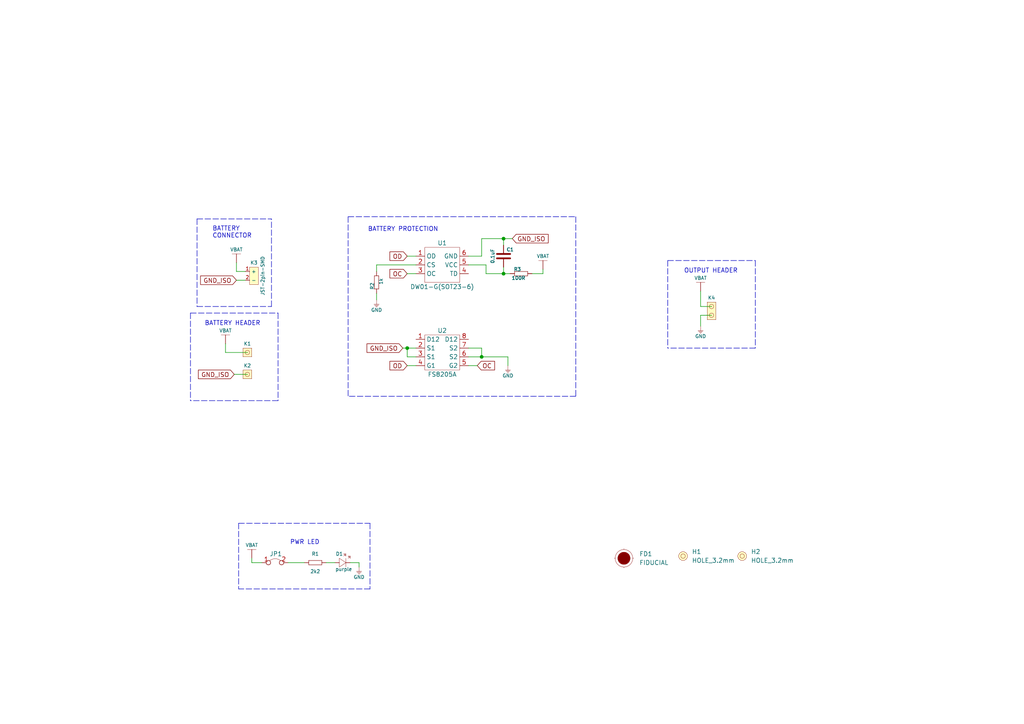
<source format=kicad_sch>
(kicad_sch (version 20210621) (generator eeschema)

  (uuid bf30e633-4510-47d8-b7fd-9a5b3b6dff2f)

  (paper "A4")

  (lib_symbols
    (symbol "e-radionica.com schematics:0402LED" (pin_numbers hide) (pin_names (offset 0.254) hide) (in_bom yes) (on_board yes)
      (property "Reference" "D" (id 0) (at -0.635 2.54 0)
        (effects (font (size 1 1)))
      )
      (property "Value" "0402LED" (id 1) (at 0 -2.54 0)
        (effects (font (size 1 1)))
      )
      (property "Footprint" "e-radionica.com footprinti:0402LED" (id 2) (at 0 5.08 0)
        (effects (font (size 1 1)) hide)
      )
      (property "Datasheet" "" (id 3) (at 0 0 0)
        (effects (font (size 1 1)) hide)
      )
      (symbol "0402LED_0_1"
        (polyline
          (pts
            (xy -0.635 1.27)
            (xy 1.27 0)
          )
          (stroke (width 0.0006)) (fill (type none))
        )
        (polyline
          (pts
            (xy 0.635 1.905)
            (xy 1.27 2.54)
          )
          (stroke (width 0.0006)) (fill (type none))
        )
        (polyline
          (pts
            (xy 1.27 1.27)
            (xy 1.27 -1.27)
          )
          (stroke (width 0.0006)) (fill (type none))
        )
        (polyline
          (pts
            (xy 1.905 1.27)
            (xy 2.54 1.905)
          )
          (stroke (width 0.0006)) (fill (type none))
        )
        (polyline
          (pts
            (xy -0.635 1.27)
            (xy -0.635 -1.27)
            (xy 1.27 0)
          )
          (stroke (width 0.0006)) (fill (type none))
        )
        (polyline
          (pts
            (xy 1.27 2.54)
            (xy 0.635 2.54)
            (xy 1.27 1.905)
            (xy 1.27 2.54)
          )
          (stroke (width 0.0006)) (fill (type none))
        )
        (polyline
          (pts
            (xy 2.54 1.905)
            (xy 1.905 1.905)
            (xy 2.54 1.27)
            (xy 2.54 1.905)
          )
          (stroke (width 0.0006)) (fill (type none))
        )
      )
      (symbol "0402LED_1_1"
        (pin passive line (at -1.905 0 0) (length 1.27)
          (name "A" (effects (font (size 1.27 1.27))))
          (number "1" (effects (font (size 1.27 1.27))))
        )
        (pin passive line (at 2.54 0 180) (length 1.27)
          (name "K" (effects (font (size 1.27 1.27))))
          (number "2" (effects (font (size 1.27 1.27))))
        )
      )
    )
    (symbol "e-radionica.com schematics:0402R" (pin_numbers hide) (pin_names (offset 0.254)) (in_bom yes) (on_board yes)
      (property "Reference" "R" (id 0) (at -1.905 1.27 0)
        (effects (font (size 1 1)))
      )
      (property "Value" "0402R" (id 1) (at 0 -1.27 0)
        (effects (font (size 1 1)))
      )
      (property "Footprint" "e-radionica.com footprinti:0402R" (id 2) (at -2.54 1.905 0)
        (effects (font (size 1 1)) hide)
      )
      (property "Datasheet" "" (id 3) (at -2.54 1.905 0)
        (effects (font (size 1 1)) hide)
      )
      (symbol "0402R_0_1"
        (rectangle (start -1.905 -0.635) (end 1.905 -0.6604)
          (stroke (width 0.1)) (fill (type none))
        )
        (rectangle (start -1.905 0.635) (end -1.8796 -0.635)
          (stroke (width 0.1)) (fill (type none))
        )
        (rectangle (start -1.905 0.635) (end 1.905 0.6096)
          (stroke (width 0.1)) (fill (type none))
        )
        (rectangle (start 1.905 0.635) (end 1.9304 -0.635)
          (stroke (width 0.1)) (fill (type none))
        )
      )
      (symbol "0402R_1_1"
        (pin passive line (at -3.175 0 0) (length 1.27)
          (name "~" (effects (font (size 1.27 1.27))))
          (number "1" (effects (font (size 1.27 1.27))))
        )
        (pin passive line (at 3.175 0 180) (length 1.27)
          (name "~" (effects (font (size 1.27 1.27))))
          (number "2" (effects (font (size 1.27 1.27))))
        )
      )
    )
    (symbol "e-radionica.com schematics:0603C" (pin_numbers hide) (pin_names (offset 0.002)) (in_bom yes) (on_board yes)
      (property "Reference" "C" (id 0) (at -0.635 3.175 0)
        (effects (font (size 1 1)))
      )
      (property "Value" "0603C" (id 1) (at 0 -3.175 0)
        (effects (font (size 1 1)))
      )
      (property "Footprint" "e-radionica.com footprinti:0603C" (id 2) (at 0 0 0)
        (effects (font (size 1 1)) hide)
      )
      (property "Datasheet" "" (id 3) (at 0 0 0)
        (effects (font (size 1 1)) hide)
      )
      (symbol "0603C_0_1"
        (polyline
          (pts
            (xy -0.635 1.905)
            (xy -0.635 -1.905)
          )
          (stroke (width 0.5)) (fill (type none))
        )
        (polyline
          (pts
            (xy 0.635 1.905)
            (xy 0.635 -1.905)
          )
          (stroke (width 0.5)) (fill (type none))
        )
      )
      (symbol "0603C_1_1"
        (pin passive line (at -3.175 0 0) (length 2.54)
          (name "~" (effects (font (size 1.27 1.27))))
          (number "1" (effects (font (size 1.27 1.27))))
        )
        (pin passive line (at 3.175 0 180) (length 2.54)
          (name "~" (effects (font (size 1.27 1.27))))
          (number "2" (effects (font (size 1.27 1.27))))
        )
      )
    )
    (symbol "e-radionica.com schematics:0603R" (pin_numbers hide) (pin_names (offset 0.254)) (in_bom yes) (on_board yes)
      (property "Reference" "R" (id 0) (at -1.905 1.905 0)
        (effects (font (size 1 1)))
      )
      (property "Value" "0603R" (id 1) (at 0 -1.905 0)
        (effects (font (size 1 1)))
      )
      (property "Footprint" "e-radionica.com footprinti:0603R" (id 2) (at -0.635 1.905 0)
        (effects (font (size 1 1)) hide)
      )
      (property "Datasheet" "" (id 3) (at -0.635 1.905 0)
        (effects (font (size 1 1)) hide)
      )
      (symbol "0603R_0_1"
        (rectangle (start -1.905 -0.635) (end 1.905 -0.6604)
          (stroke (width 0.1)) (fill (type none))
        )
        (rectangle (start -1.905 0.635) (end -1.8796 -0.635)
          (stroke (width 0.1)) (fill (type none))
        )
        (rectangle (start -1.905 0.635) (end 1.905 0.6096)
          (stroke (width 0.1)) (fill (type none))
        )
        (rectangle (start 1.905 0.635) (end 1.9304 -0.635)
          (stroke (width 0.1)) (fill (type none))
        )
      )
      (symbol "0603R_1_1"
        (pin passive line (at -3.175 0 0) (length 1.27)
          (name "~" (effects (font (size 1.27 1.27))))
          (number "1" (effects (font (size 1.27 1.27))))
        )
        (pin passive line (at 3.175 0 180) (length 1.27)
          (name "~" (effects (font (size 1.27 1.27))))
          (number "2" (effects (font (size 1.27 1.27))))
        )
      )
    )
    (symbol "e-radionica.com schematics:DW01-P(SOT23-6)" (in_bom yes) (on_board yes)
      (property "Reference" "U" (id 0) (at 0 8.89 0)
        (effects (font (size 1.27 1.27)))
      )
      (property "Value" "DW01-P(SOT23-6)" (id 1) (at 0 -7.62 0)
        (effects (font (size 1.27 1.27)))
      )
      (property "Footprint" "e-radionica.com footprinti:Sot23-6" (id 2) (at -1.27 12.7 0)
        (effects (font (size 1.27 1.27)) hide)
      )
      (property "Datasheet" "" (id 3) (at -8.89 0 0)
        (effects (font (size 1.27 1.27)) hide)
      )
      (symbol "DW01-P(SOT23-6)_0_1"
        (rectangle (start -5.08 5.08) (end 5.08 -5.08)
          (stroke (width 0.0006)) (fill (type none))
        )
      )
      (symbol "DW01-P(SOT23-6)_1_1"
        (pin passive line (at -7.62 2.54 0) (length 2.54)
          (name "OD" (effects (font (size 1.27 1.27))))
          (number "1" (effects (font (size 1.27 1.27))))
        )
        (pin passive line (at -7.62 0 0) (length 2.54)
          (name "CS" (effects (font (size 1.27 1.27))))
          (number "2" (effects (font (size 1.27 1.27))))
        )
        (pin passive line (at -7.62 -2.54 0) (length 2.54)
          (name "OC" (effects (font (size 1.27 1.27))))
          (number "3" (effects (font (size 1.27 1.27))))
        )
        (pin passive line (at 7.62 -2.54 180) (length 2.54)
          (name "TD" (effects (font (size 1.27 1.27))))
          (number "4" (effects (font (size 1.27 1.27))))
        )
        (pin passive line (at 7.62 0 180) (length 2.54)
          (name "VCC" (effects (font (size 1.27 1.27))))
          (number "5" (effects (font (size 1.27 1.27))))
        )
        (pin passive line (at 7.62 2.54 180) (length 2.54)
          (name "GND" (effects (font (size 1.27 1.27))))
          (number "6" (effects (font (size 1.27 1.27))))
        )
      )
    )
    (symbol "e-radionica.com schematics:FIDUCIAL" (in_bom no) (on_board yes)
      (property "Reference" "FD" (id 0) (at 0 3.81 0)
        (effects (font (size 1.27 1.27)))
      )
      (property "Value" "FIDUCIAL" (id 1) (at 0 -3.81 0)
        (effects (font (size 1.27 1.27)))
      )
      (property "Footprint" "e-radionica.com footprinti:FIDUCIAL_23" (id 2) (at 0.254 -5.334 0)
        (effects (font (size 1.27 1.27)) hide)
      )
      (property "Datasheet" "" (id 3) (at 0 0 0)
        (effects (font (size 1.27 1.27)) hide)
      )
      (symbol "FIDUCIAL_0_1"
        (circle (center 0 0) (radius 2.54) (stroke (width 0.0006)) (fill (type none)))
        (circle (center 0 0) (radius 1.7961) (stroke (width 0.001)) (fill (type outline)))
        (polyline
          (pts
            (xy -2.54 0)
            (xy -2.794 0)
          )
          (stroke (width 0.0006)) (fill (type none))
        )
        (polyline
          (pts
            (xy 0 -2.54)
            (xy 0 -2.794)
          )
          (stroke (width 0.0006)) (fill (type none))
        )
        (polyline
          (pts
            (xy 0 2.54)
            (xy 0 2.794)
          )
          (stroke (width 0.0006)) (fill (type none))
        )
        (polyline
          (pts
            (xy 2.54 0)
            (xy 2.794 0)
          )
          (stroke (width 0.0006)) (fill (type none))
        )
      )
    )
    (symbol "e-radionica.com schematics:FS8205A" (in_bom yes) (on_board yes)
      (property "Reference" "U" (id 0) (at 0 7.62 0)
        (effects (font (size 1.27 1.27)))
      )
      (property "Value" "FS8205A" (id 1) (at 0 -6.35 0)
        (effects (font (size 1.27 1.27)))
      )
      (property "Footprint" "e-radionica.com footprinti:TSSOP8" (id 2) (at -5.08 0 0)
        (effects (font (size 1.27 1.27)) hide)
      )
      (property "Datasheet" "" (id 3) (at -5.08 0 0)
        (effects (font (size 1.27 1.27)) hide)
      )
      (symbol "FS8205A_0_1"
        (rectangle (start -5.08 5.08) (end 5.08 -5.08)
          (stroke (width 0.0006)) (fill (type none))
        )
      )
      (symbol "FS8205A_1_1"
        (pin passive line (at -7.62 3.81 0) (length 2.54)
          (name "D12" (effects (font (size 1.27 1.27))))
          (number "1" (effects (font (size 1.27 1.27))))
        )
        (pin passive line (at -7.62 1.27 0) (length 2.54)
          (name "S1" (effects (font (size 1.27 1.27))))
          (number "2" (effects (font (size 1.27 1.27))))
        )
        (pin passive line (at -7.62 -1.27 0) (length 2.54)
          (name "S1" (effects (font (size 1.27 1.27))))
          (number "3" (effects (font (size 1.27 1.27))))
        )
        (pin passive line (at -7.62 -3.81 0) (length 2.54)
          (name "G1" (effects (font (size 1.27 1.27))))
          (number "4" (effects (font (size 1.27 1.27))))
        )
        (pin passive line (at 7.62 -3.81 180) (length 2.54)
          (name "G2" (effects (font (size 1.27 1.27))))
          (number "5" (effects (font (size 1.27 1.27))))
        )
        (pin passive line (at 7.62 -1.27 180) (length 2.54)
          (name "S2" (effects (font (size 1.27 1.27))))
          (number "6" (effects (font (size 1.27 1.27))))
        )
        (pin passive line (at 7.62 1.27 180) (length 2.54)
          (name "S2" (effects (font (size 1.27 1.27))))
          (number "7" (effects (font (size 1.27 1.27))))
        )
        (pin passive line (at 7.62 3.81 180) (length 2.54)
          (name "D12" (effects (font (size 1.27 1.27))))
          (number "8" (effects (font (size 1.27 1.27))))
        )
      )
    )
    (symbol "e-radionica.com schematics:GND_1" (power) (pin_names (offset 0)) (in_bom yes) (on_board yes)
      (property "Reference" "#PWR" (id 0) (at 4.445 0 0)
        (effects (font (size 1 1)) hide)
      )
      (property "Value" "GND" (id 1) (at 0 -2.921 0)
        (effects (font (size 1 1)))
      )
      (property "Footprint" "" (id 2) (at 4.445 3.81 0)
        (effects (font (size 1 1)) hide)
      )
      (property "Datasheet" "" (id 3) (at 4.445 3.81 0)
        (effects (font (size 1 1)) hide)
      )
      (property "ki_keywords" "power-flag" (id 4) (at 0 0 0)
        (effects (font (size 1.27 1.27)) hide)
      )
      (property "ki_description" "Power symbol creates a global label with name \"+3V3\"" (id 5) (at 0 0 0)
        (effects (font (size 1.27 1.27)) hide)
      )
      (symbol "GND_1_0_1"
        (polyline
          (pts
            (xy -0.762 -1.27)
            (xy 0.762 -1.27)
          )
          (stroke (width 0.0006)) (fill (type none))
        )
        (polyline
          (pts
            (xy -0.635 -1.524)
            (xy 0.635 -1.524)
          )
          (stroke (width 0.0006)) (fill (type none))
        )
        (polyline
          (pts
            (xy -0.381 -1.778)
            (xy 0.381 -1.778)
          )
          (stroke (width 0.0006)) (fill (type none))
        )
        (polyline
          (pts
            (xy -0.127 -2.032)
            (xy 0.127 -2.032)
          )
          (stroke (width 0.0006)) (fill (type none))
        )
        (polyline
          (pts
            (xy 0 0)
            (xy 0 -1.27)
          )
          (stroke (width 0.0006)) (fill (type none))
        )
      )
      (symbol "GND_1_1_1"
        (pin power_in line (at 0 0 270) (length 0) hide
          (name "GND" (effects (font (size 1.27 1.27))))
          (number "1" (effects (font (size 1.27 1.27))))
        )
      )
    )
    (symbol "e-radionica.com schematics:GND_3" (power) (pin_names (offset 0)) (in_bom yes) (on_board yes)
      (property "Reference" "#PWR" (id 0) (at 4.445 0 0)
        (effects (font (size 1 1)) hide)
      )
      (property "Value" "GND" (id 1) (at 0 -2.921 0)
        (effects (font (size 1 1)))
      )
      (property "Footprint" "" (id 2) (at 4.445 3.81 0)
        (effects (font (size 1 1)) hide)
      )
      (property "Datasheet" "" (id 3) (at 4.445 3.81 0)
        (effects (font (size 1 1)) hide)
      )
      (property "ki_keywords" "power-flag" (id 4) (at 0 0 0)
        (effects (font (size 1.27 1.27)) hide)
      )
      (property "ki_description" "Power symbol creates a global label with name \"+3V3\"" (id 5) (at 0 0 0)
        (effects (font (size 1.27 1.27)) hide)
      )
      (symbol "GND_3_0_1"
        (polyline
          (pts
            (xy -0.762 -1.27)
            (xy 0.762 -1.27)
          )
          (stroke (width 0.0006)) (fill (type none))
        )
        (polyline
          (pts
            (xy -0.635 -1.524)
            (xy 0.635 -1.524)
          )
          (stroke (width 0.0006)) (fill (type none))
        )
        (polyline
          (pts
            (xy -0.381 -1.778)
            (xy 0.381 -1.778)
          )
          (stroke (width 0.0006)) (fill (type none))
        )
        (polyline
          (pts
            (xy -0.127 -2.032)
            (xy 0.127 -2.032)
          )
          (stroke (width 0.0006)) (fill (type none))
        )
        (polyline
          (pts
            (xy 0 0)
            (xy 0 -1.27)
          )
          (stroke (width 0.0006)) (fill (type none))
        )
      )
      (symbol "GND_3_1_1"
        (pin power_in line (at 0 0 270) (length 0) hide
          (name "GND" (effects (font (size 1.27 1.27))))
          (number "1" (effects (font (size 1.27 1.27))))
        )
      )
    )
    (symbol "e-radionica.com schematics:GND_8" (power) (pin_names (offset 0)) (in_bom yes) (on_board yes)
      (property "Reference" "#PWR" (id 0) (at 4.445 0 0)
        (effects (font (size 1 1)) hide)
      )
      (property "Value" "GND" (id 1) (at 0 -2.921 0)
        (effects (font (size 1 1)))
      )
      (property "Footprint" "" (id 2) (at 4.445 3.81 0)
        (effects (font (size 1 1)) hide)
      )
      (property "Datasheet" "" (id 3) (at 4.445 3.81 0)
        (effects (font (size 1 1)) hide)
      )
      (property "ki_keywords" "power-flag" (id 4) (at 0 0 0)
        (effects (font (size 1.27 1.27)) hide)
      )
      (property "ki_description" "Power symbol creates a global label with name \"+3V3\"" (id 5) (at 0 0 0)
        (effects (font (size 1.27 1.27)) hide)
      )
      (symbol "GND_8_0_1"
        (polyline
          (pts
            (xy -0.762 -1.27)
            (xy 0.762 -1.27)
          )
          (stroke (width 0.0006)) (fill (type none))
        )
        (polyline
          (pts
            (xy -0.635 -1.524)
            (xy 0.635 -1.524)
          )
          (stroke (width 0.0006)) (fill (type none))
        )
        (polyline
          (pts
            (xy -0.381 -1.778)
            (xy 0.381 -1.778)
          )
          (stroke (width 0.0006)) (fill (type none))
        )
        (polyline
          (pts
            (xy -0.127 -2.032)
            (xy 0.127 -2.032)
          )
          (stroke (width 0.0006)) (fill (type none))
        )
        (polyline
          (pts
            (xy 0 0)
            (xy 0 -1.27)
          )
          (stroke (width 0.0006)) (fill (type none))
        )
      )
      (symbol "GND_8_1_1"
        (pin power_in line (at 0 0 270) (length 0) hide
          (name "GND" (effects (font (size 1.27 1.27))))
          (number "1" (effects (font (size 1.27 1.27))))
        )
      )
    )
    (symbol "e-radionica.com schematics:HEADER_MALE_1X1" (pin_numbers hide) (pin_names hide) (in_bom yes) (on_board yes)
      (property "Reference" "K" (id 0) (at -0.635 2.54 0)
        (effects (font (size 1 1)))
      )
      (property "Value" "HEADER_MALE_1X1" (id 1) (at 0 -2.54 0)
        (effects (font (size 1 1)))
      )
      (property "Footprint" "e-radionica.com footprinti:HEADER_MALE_1X1" (id 2) (at 0 0 0)
        (effects (font (size 1 1)) hide)
      )
      (property "Datasheet" "" (id 3) (at 0 0 0)
        (effects (font (size 1 1)) hide)
      )
      (symbol "HEADER_MALE_1X1_0_1"
        (circle (center 0 0) (radius 0.635) (stroke (width 0.0006)) (fill (type none)))
        (rectangle (start -1.27 1.27) (end 1.27 -1.27)
          (stroke (width 0.001)) (fill (type background))
        )
      )
      (symbol "HEADER_MALE_1X1_1_1"
        (pin passive line (at 0 0 180) (length 0)
          (name "~" (effects (font (size 1 1))))
          (number "1" (effects (font (size 1 1))))
        )
      )
    )
    (symbol "e-radionica.com schematics:HEADER_MALE_2X1" (pin_numbers hide) (pin_names hide) (in_bom yes) (on_board yes)
      (property "Reference" "K" (id 0) (at -1.27 5.08 0)
        (effects (font (size 1 1)))
      )
      (property "Value" "HEADER_MALE_2X1" (id 1) (at 0 -2.54 0)
        (effects (font (size 1 1)))
      )
      (property "Footprint" "e-radionica.com footprinti:HEADER_MALE_2X1" (id 2) (at 0 0 0)
        (effects (font (size 1 1)) hide)
      )
      (property "Datasheet" "" (id 3) (at 0 0 0)
        (effects (font (size 1 1)) hide)
      )
      (symbol "HEADER_MALE_2X1_0_1"
        (circle (center 0 0) (radius 0.635) (stroke (width 0.0006)) (fill (type none)))
        (circle (center 0 2.54) (radius 0.635) (stroke (width 0.0006)) (fill (type none)))
        (rectangle (start 1.27 -1.27) (end -1.27 3.81)
          (stroke (width 0.001)) (fill (type background))
        )
      )
      (symbol "HEADER_MALE_2X1_1_1"
        (pin passive line (at 0 0 180) (length 0)
          (name "~" (effects (font (size 1 1))))
          (number "1" (effects (font (size 1 1))))
        )
        (pin passive line (at 0 2.54 180) (length 0)
          (name "~" (effects (font (size 1 1))))
          (number "2" (effects (font (size 1 1))))
        )
      )
    )
    (symbol "e-radionica.com schematics:HOLE_3.2mm" (pin_numbers hide) (pin_names hide) (in_bom yes) (on_board yes)
      (property "Reference" "H" (id 0) (at 0 2.54 0)
        (effects (font (size 1.27 1.27)))
      )
      (property "Value" "HOLE_3.2mm" (id 1) (at 0 -2.54 0)
        (effects (font (size 1.27 1.27)))
      )
      (property "Footprint" "e-radionica.com footprinti:HOLE_3.2mm" (id 2) (at 0 0 0)
        (effects (font (size 1.27 1.27)) hide)
      )
      (property "Datasheet" "" (id 3) (at 0 0 0)
        (effects (font (size 1.27 1.27)) hide)
      )
      (symbol "HOLE_3.2mm_0_1"
        (circle (center 0 0) (radius 0.635) (stroke (width 0.0006)) (fill (type none)))
        (circle (center 0 0) (radius 1.27) (stroke (width 0.001)) (fill (type background)))
      )
    )
    (symbol "e-radionica.com schematics:JST-2pin-SMD" (in_bom yes) (on_board yes)
      (property "Reference" "K" (id 0) (at -1.27 5.08 0)
        (effects (font (size 1 1)))
      )
      (property "Value" "JST-2pin-SMD" (id 1) (at 0 -2.54 0)
        (effects (font (size 1 1)))
      )
      (property "Footprint" "e-radionica.com footprinti:JST-2pin-SMD" (id 2) (at 0 0 0)
        (effects (font (size 1 1)) hide)
      )
      (property "Datasheet" "" (id 3) (at 0 0 0)
        (effects (font (size 1 1)) hide)
      )
      (symbol "JST-2pin-SMD_0_1"
        (rectangle (start -2.54 3.81) (end 0 -1.27)
          (stroke (width 0.001)) (fill (type background))
        )
      )
      (symbol "JST-2pin-SMD_1_1"
        (pin passive line (at 1.27 0 180) (length 1.27)
          (name "+" (effects (font (size 1 1))))
          (number "1" (effects (font (size 1 1))))
        )
        (pin passive line (at 1.27 2.54 180) (length 1.27)
          (name "-" (effects (font (size 1 1))))
          (number "2" (effects (font (size 1 1))))
        )
      )
    )
    (symbol "e-radionica.com schematics:SMD-JUMPER-CONNECTED_TRACE_SLODERMASK" (in_bom yes) (on_board yes)
      (property "Reference" "JP" (id 0) (at 0 3.556 0)
        (effects (font (size 1.27 1.27)))
      )
      (property "Value" "SMD-JUMPER-CONNECTED_TRACE_SLODERMASK" (id 1) (at 0 -2.54 0)
        (effects (font (size 1.27 1.27)))
      )
      (property "Footprint" "e-radionica.com footprinti:SMD-JUMPER-CONNECTED_TRACE_SLODERMASK" (id 2) (at 0 -5.715 0)
        (effects (font (size 1.27 1.27)) hide)
      )
      (property "Datasheet" "" (id 3) (at 0 0 0)
        (effects (font (size 1.27 1.27)) hide)
      )
      (symbol "SMD-JUMPER-CONNECTED_TRACE_SLODERMASK_0_1"
        (arc (start -1.8034 0.5588) (end 1.397 0.5842) (radius (at -0.1875 -1.4124) (length 2.5489) (angles 129.3 51.6))
          (stroke (width 0.0006)) (fill (type none))
        )
      )
      (symbol "SMD-JUMPER-CONNECTED_TRACE_SLODERMASK_1_1"
        (pin passive inverted (at -4.064 0 0) (length 2.54)
          (name "" (effects (font (size 1.27 1.27))))
          (number "1" (effects (font (size 1.27 1.27))))
        )
        (pin passive inverted (at 3.556 0 180) (length 2.54)
          (name "" (effects (font (size 1.27 1.27))))
          (number "2" (effects (font (size 1.27 1.27))))
        )
      )
    )
    (symbol "e-radionica.com schematics:VBAT" (power) (pin_names (offset 0)) (in_bom yes) (on_board yes)
      (property "Reference" "#PWR" (id 0) (at 4.445 0 0)
        (effects (font (size 1 1)) hide)
      )
      (property "Value" "VBAT" (id 1) (at 0 3.556 0)
        (effects (font (size 1 1)))
      )
      (property "Footprint" "" (id 2) (at 4.445 3.81 0)
        (effects (font (size 1 1)) hide)
      )
      (property "Datasheet" "" (id 3) (at 4.445 3.81 0)
        (effects (font (size 1 1)) hide)
      )
      (property "ki_keywords" "power-flag" (id 4) (at 0 0 0)
        (effects (font (size 1.27 1.27)) hide)
      )
      (property "ki_description" "Power symbol creates a global label with name \"+3V3\"" (id 5) (at 0 0 0)
        (effects (font (size 1.27 1.27)) hide)
      )
      (symbol "VBAT_0_1"
        (polyline
          (pts
            (xy -1.27 2.54)
            (xy 1.27 2.54)
          )
          (stroke (width 0.0006)) (fill (type none))
        )
        (polyline
          (pts
            (xy 0 0)
            (xy 0 2.54)
          )
          (stroke (width 0)) (fill (type none))
        )
      )
      (symbol "VBAT_1_1"
        (pin power_in line (at 0 0 90) (length 0) hide
          (name "VBAT" (effects (font (size 1.27 1.27))))
          (number "1" (effects (font (size 1.27 1.27))))
        )
      )
    )
  )

  (junction (at 118.11 100.965) (diameter 0.9144) (color 0 0 0 0))
  (junction (at 139.7 103.505) (diameter 0.9144) (color 0 0 0 0))
  (junction (at 146.05 69.215) (diameter 0.9144) (color 0 0 0 0))
  (junction (at 146.05 79.375) (diameter 0.9144) (color 0 0 0 0))

  (wire (pts (xy 65.405 102.235) (xy 65.405 99.695))
    (stroke (width 0) (type solid) (color 0 0 0 0))
    (uuid 7267156e-fa95-4af0-97ae-981a37ae77be)
  )
  (wire (pts (xy 67.945 108.585) (xy 71.755 108.585))
    (stroke (width 0) (type solid) (color 0 0 0 0))
    (uuid b8bc0b64-50ed-49fa-8e42-c8a040c74a94)
  )
  (wire (pts (xy 68.58 78.74) (xy 68.58 76.2))
    (stroke (width 0) (type solid) (color 0 0 0 0))
    (uuid 3a9d385f-51a4-4ecc-bafe-6de6a62c123e)
  )
  (wire (pts (xy 68.58 81.28) (xy 71.12 81.28))
    (stroke (width 0) (type solid) (color 0 0 0 0))
    (uuid fe15b2e5-c4a1-40f3-870e-8cb4ba393721)
  )
  (wire (pts (xy 71.12 78.74) (xy 68.58 78.74))
    (stroke (width 0) (type solid) (color 0 0 0 0))
    (uuid 6043001a-6b06-4037-9910-d3e6ad4df099)
  )
  (wire (pts (xy 71.755 102.235) (xy 65.405 102.235))
    (stroke (width 0) (type solid) (color 0 0 0 0))
    (uuid 2415a787-a932-4bfe-85c0-be0c438e6103)
  )
  (wire (pts (xy 73.025 163.195) (xy 73.025 161.925))
    (stroke (width 0) (type solid) (color 0 0 0 0))
    (uuid 6acdba68-9b26-4493-8fcc-a24cc1ffe003)
  )
  (wire (pts (xy 73.025 163.195) (xy 75.946 163.195))
    (stroke (width 0) (type solid) (color 0 0 0 0))
    (uuid 7887e6ca-d1a2-4fbe-8dc0-3d4bc0d54fe3)
  )
  (wire (pts (xy 83.566 163.195) (xy 88.265 163.195))
    (stroke (width 0) (type solid) (color 0 0 0 0))
    (uuid 9ce7f709-3b98-4ea9-8355-8bb235959e45)
  )
  (wire (pts (xy 94.615 163.195) (xy 97.155 163.195))
    (stroke (width 0) (type solid) (color 0 0 0 0))
    (uuid 8c5c4d6c-7c49-4291-96d8-19dc60ee64bf)
  )
  (wire (pts (xy 104.14 163.195) (xy 101.6 163.195))
    (stroke (width 0) (type solid) (color 0 0 0 0))
    (uuid 4d1dc8db-6156-400a-a1e0-9defaf76fb3e)
  )
  (wire (pts (xy 104.14 163.195) (xy 104.14 164.465))
    (stroke (width 0) (type solid) (color 0 0 0 0))
    (uuid 4c23db63-c4cb-4587-9a17-46b7a0e7c3e2)
  )
  (wire (pts (xy 109.22 76.835) (xy 109.22 78.74))
    (stroke (width 0) (type solid) (color 0 0 0 0))
    (uuid 057b59d6-27f4-49c6-a0a3-acca6961f260)
  )
  (wire (pts (xy 109.22 85.09) (xy 109.22 86.995))
    (stroke (width 0) (type solid) (color 0 0 0 0))
    (uuid afe73301-5d26-45d9-a28e-43ec20ec9755)
  )
  (wire (pts (xy 118.11 74.295) (xy 120.65 74.295))
    (stroke (width 0) (type solid) (color 0 0 0 0))
    (uuid 58ae0d9d-7de7-4bf5-9c22-83675440e65d)
  )
  (wire (pts (xy 118.11 79.375) (xy 120.65 79.375))
    (stroke (width 0) (type solid) (color 0 0 0 0))
    (uuid 35bc5539-0197-4eee-8464-d9e1359ccccb)
  )
  (wire (pts (xy 118.11 100.965) (xy 116.84 100.965))
    (stroke (width 0) (type solid) (color 0 0 0 0))
    (uuid cf63fccd-1061-4dad-983e-55c147c37af2)
  )
  (wire (pts (xy 118.11 100.965) (xy 120.65 100.965))
    (stroke (width 0) (type solid) (color 0 0 0 0))
    (uuid cc71374e-2638-4f1d-a998-45d17dfc41a6)
  )
  (wire (pts (xy 118.11 103.505) (xy 118.11 100.965))
    (stroke (width 0) (type solid) (color 0 0 0 0))
    (uuid 3a605cab-c9e3-48ba-94f1-f819a6f6e24a)
  )
  (wire (pts (xy 118.11 106.045) (xy 120.65 106.045))
    (stroke (width 0) (type solid) (color 0 0 0 0))
    (uuid f60733e6-0e93-4894-b5a9-59eadd238707)
  )
  (wire (pts (xy 120.65 76.835) (xy 109.22 76.835))
    (stroke (width 0) (type solid) (color 0 0 0 0))
    (uuid c38630b9-111f-4cfb-991d-4175c3efddc9)
  )
  (wire (pts (xy 120.65 103.505) (xy 118.11 103.505))
    (stroke (width 0) (type solid) (color 0 0 0 0))
    (uuid 52052ed7-084c-40f4-8ac3-22cc207ce4ca)
  )
  (wire (pts (xy 135.89 74.295) (xy 139.7 74.295))
    (stroke (width 0) (type solid) (color 0 0 0 0))
    (uuid 86c8dc20-2690-4814-a2fb-96a8282cf35f)
  )
  (wire (pts (xy 135.89 76.835) (xy 140.97 76.835))
    (stroke (width 0) (type solid) (color 0 0 0 0))
    (uuid cfc6c2f0-fb06-4df7-ab6a-e5f922fba9a2)
  )
  (wire (pts (xy 135.89 100.965) (xy 139.7 100.965))
    (stroke (width 0) (type solid) (color 0 0 0 0))
    (uuid f431aff7-f300-4ab2-ae44-4f9f84823777)
  )
  (wire (pts (xy 135.89 103.505) (xy 139.7 103.505))
    (stroke (width 0) (type solid) (color 0 0 0 0))
    (uuid ed12d522-c3a6-4054-a8e2-654d49f444bf)
  )
  (wire (pts (xy 135.89 106.045) (xy 138.43 106.045))
    (stroke (width 0) (type solid) (color 0 0 0 0))
    (uuid 37a55359-086f-427a-95de-f86660d6f150)
  )
  (wire (pts (xy 139.7 69.215) (xy 146.05 69.215))
    (stroke (width 0) (type solid) (color 0 0 0 0))
    (uuid dd9c1cd9-8ac6-4620-9d8f-b3f8f046e406)
  )
  (wire (pts (xy 139.7 74.295) (xy 139.7 69.215))
    (stroke (width 0) (type solid) (color 0 0 0 0))
    (uuid cb27c95a-7b79-40fc-ad6e-c09079d48a80)
  )
  (wire (pts (xy 139.7 100.965) (xy 139.7 103.505))
    (stroke (width 0) (type solid) (color 0 0 0 0))
    (uuid 7c6503ed-7832-4e49-a6dc-68024aab3c3d)
  )
  (wire (pts (xy 139.7 103.505) (xy 147.32 103.505))
    (stroke (width 0) (type solid) (color 0 0 0 0))
    (uuid c5c25f73-5d12-4aec-b402-6fadda5b1bdb)
  )
  (wire (pts (xy 140.97 76.835) (xy 140.97 79.375))
    (stroke (width 0) (type solid) (color 0 0 0 0))
    (uuid d9028173-0773-4478-bf6b-376167eaa5d1)
  )
  (wire (pts (xy 140.97 79.375) (xy 146.05 79.375))
    (stroke (width 0) (type solid) (color 0 0 0 0))
    (uuid b086b109-d34d-44b6-b1af-42fa188ef9d5)
  )
  (wire (pts (xy 146.05 69.215) (xy 146.05 71.12))
    (stroke (width 0) (type solid) (color 0 0 0 0))
    (uuid 9cb5e8e1-d5a7-4370-97bf-216cb622ff5b)
  )
  (wire (pts (xy 146.05 69.215) (xy 148.59 69.215))
    (stroke (width 0) (type solid) (color 0 0 0 0))
    (uuid a0b3d170-0e04-424b-b763-20abb40c61e2)
  )
  (wire (pts (xy 146.05 77.47) (xy 146.05 79.375))
    (stroke (width 0) (type solid) (color 0 0 0 0))
    (uuid fa607f71-f081-4714-971b-4150709f91cd)
  )
  (wire (pts (xy 146.05 79.375) (xy 147.955 79.375))
    (stroke (width 0) (type solid) (color 0 0 0 0))
    (uuid 0f7909d7-3aec-4c59-b5f6-c914d032531e)
  )
  (wire (pts (xy 147.32 103.505) (xy 147.32 106.045))
    (stroke (width 0) (type solid) (color 0 0 0 0))
    (uuid 0bfbd656-822b-405f-a9c1-30a1130e1757)
  )
  (wire (pts (xy 154.305 79.375) (xy 157.48 79.375))
    (stroke (width 0) (type solid) (color 0 0 0 0))
    (uuid 654ea0e6-ab3f-4aad-8b32-b81f89314be4)
  )
  (wire (pts (xy 157.48 79.375) (xy 157.48 78.105))
    (stroke (width 0) (type solid) (color 0 0 0 0))
    (uuid 862ddc86-2917-42a1-9364-a970da270486)
  )
  (wire (pts (xy 203.2 84.455) (xy 203.2 88.9))
    (stroke (width 0) (type solid) (color 0 0 0 0))
    (uuid 348311c2-9828-4605-b287-57866b81f307)
  )
  (wire (pts (xy 203.2 91.44) (xy 203.2 94.615))
    (stroke (width 0) (type solid) (color 0 0 0 0))
    (uuid 30264219-b2f3-4101-a8c9-52bcddc65508)
  )
  (wire (pts (xy 206.375 88.9) (xy 203.2 88.9))
    (stroke (width 0) (type solid) (color 0 0 0 0))
    (uuid 7d2f4220-ca71-4190-8ec5-5b568543bdf2)
  )
  (wire (pts (xy 206.375 91.44) (xy 203.2 91.44))
    (stroke (width 0) (type solid) (color 0 0 0 0))
    (uuid 32828545-333a-483b-8e7a-93810bfad085)
  )
  (polyline (pts (xy 55.245 90.805) (xy 55.245 116.205))
    (stroke (width 0) (type dash) (color 0 0 0 0))
    (uuid 8c759b51-e2f7-4eb8-a9da-fa1ffafe9e4c)
  )
  (polyline (pts (xy 55.245 90.805) (xy 80.645 90.805))
    (stroke (width 0) (type dash) (color 0 0 0 0))
    (uuid 3b6fe5e7-2dc0-42bf-8f7b-17b79e7fff47)
  )
  (polyline (pts (xy 57.15 63.5) (xy 57.15 88.9))
    (stroke (width 0) (type dash) (color 0 0 0 0))
    (uuid 23c995de-bab5-409d-b9ce-b190d637b03d)
  )
  (polyline (pts (xy 57.15 63.5) (xy 78.74 63.5))
    (stroke (width 0) (type dash) (color 0 0 0 0))
    (uuid 10f78b1e-44c7-4965-9dc4-a4b973400d5e)
  )
  (polyline (pts (xy 57.15 88.9) (xy 78.74 88.9))
    (stroke (width 0) (type dash) (color 0 0 0 0))
    (uuid b675c978-970f-4f10-aad3-553054be6bab)
  )
  (polyline (pts (xy 69.215 151.765) (xy 69.215 170.815))
    (stroke (width 0) (type dash) (color 0 0 0 0))
    (uuid d04eed91-aa92-4760-a2db-2d749fd0e6a3)
  )
  (polyline (pts (xy 69.215 151.765) (xy 107.315 151.765))
    (stroke (width 0) (type dash) (color 0 0 0 0))
    (uuid c15fb5f5-25f7-4097-aaca-945e4c14b91e)
  )
  (polyline (pts (xy 78.74 88.9) (xy 78.74 63.5))
    (stroke (width 0) (type dash) (color 0 0 0 0))
    (uuid 715c9510-1ab1-4858-84ac-26c4ef11880c)
  )
  (polyline (pts (xy 80.645 90.805) (xy 80.645 116.205))
    (stroke (width 0) (type dash) (color 0 0 0 0))
    (uuid a64fda93-45c4-4256-9ea4-2abdb7c4a78c)
  )
  (polyline (pts (xy 80.645 116.205) (xy 55.245 116.205))
    (stroke (width 0) (type dash) (color 0 0 0 0))
    (uuid 11ad0e17-652d-4f09-8162-a2e9063add17)
  )
  (polyline (pts (xy 100.965 62.865) (xy 100.965 114.935))
    (stroke (width 0) (type dash) (color 0 0 0 0))
    (uuid f02317b1-5e82-4617-b785-c9fb359a45a2)
  )
  (polyline (pts (xy 100.965 62.865) (xy 167.005 62.865))
    (stroke (width 0) (type dash) (color 0 0 0 0))
    (uuid f02317b1-5e82-4617-b785-c9fb359a45a2)
  )
  (polyline (pts (xy 107.315 151.765) (xy 107.315 170.815))
    (stroke (width 0) (type dash) (color 0 0 0 0))
    (uuid c647744c-00b8-4179-9009-76519e5152f0)
  )
  (polyline (pts (xy 107.315 170.815) (xy 69.215 170.815))
    (stroke (width 0) (type dash) (color 0 0 0 0))
    (uuid c8c03d59-6416-48c7-9db7-bbca9b56d959)
  )
  (polyline (pts (xy 167.005 62.865) (xy 167.005 114.935))
    (stroke (width 0) (type dash) (color 0 0 0 0))
    (uuid f02317b1-5e82-4617-b785-c9fb359a45a2)
  )
  (polyline (pts (xy 167.005 114.935) (xy 100.965 114.935))
    (stroke (width 0) (type dash) (color 0 0 0 0))
    (uuid f02317b1-5e82-4617-b785-c9fb359a45a2)
  )
  (polyline (pts (xy 193.675 75.565) (xy 193.675 100.965))
    (stroke (width 0) (type dash) (color 0 0 0 0))
    (uuid 485b59a5-9adb-46db-b60f-2a4bfe99940e)
  )
  (polyline (pts (xy 193.675 75.565) (xy 219.075 75.565))
    (stroke (width 0) (type dash) (color 0 0 0 0))
    (uuid adad8d24-92bb-485e-84cd-d7691403a42b)
  )
  (polyline (pts (xy 219.075 75.565) (xy 219.075 100.965))
    (stroke (width 0) (type dash) (color 0 0 0 0))
    (uuid eed71024-ea7e-4e96-a7a3-36e15845d44e)
  )
  (polyline (pts (xy 219.075 100.965) (xy 193.675 100.965))
    (stroke (width 0) (type dash) (color 0 0 0 0))
    (uuid 253ca3a7-f388-4d6e-acc8-4ef72dc395f8)
  )

  (text "BATTERY\nCONNECTOR" (at 61.595 69.215 0)
    (effects (font (size 1.27 1.27)) (justify left bottom))
    (uuid 83288129-e0c4-4f22-ba4e-462009379949)
  )
  (text "BATTERY HEADER" (at 75.565 94.615 180)
    (effects (font (size 1.27 1.27)) (justify right bottom))
    (uuid 97d127e9-2be1-4d48-acb7-32ef7a891b29)
  )
  (text "PWR LED" (at 92.71 158.115 180)
    (effects (font (size 1.27 1.27)) (justify right bottom))
    (uuid 705691d8-e5e1-4def-8cba-7d4a127a0428)
  )
  (text "BATTERY PROTECTION" (at 106.68 67.31 0)
    (effects (font (size 1.27 1.27)) (justify left bottom))
    (uuid 7aee199e-8a43-4012-9c26-232f3ef253db)
  )
  (text "OUTPUT HEADER" (at 213.995 79.375 180)
    (effects (font (size 1.27 1.27)) (justify right bottom))
    (uuid 0cf591b3-e268-4d93-ad00-a81d514c23c4)
  )

  (global_label "GND_ISO" (shape input) (at 67.945 108.585 180)
    (effects (font (size 1.27 1.27)) (justify right))
    (uuid 9361051d-4c19-4a7a-80a0-2754bff11200)
    (property "Intersheet References" "${INTERSHEET_REFS}" (id 0) (at 56.025 108.6644 0)
      (effects (font (size 1.27 1.27)) (justify right) hide)
    )
  )
  (global_label "GND_ISO" (shape input) (at 68.58 81.28 180)
    (effects (font (size 1.27 1.27)) (justify right))
    (uuid eefba469-5344-410e-a69b-c7ac48060398)
    (property "Intersheet References" "${INTERSHEET_REFS}" (id 0) (at 56.66 81.3594 0)
      (effects (font (size 1.27 1.27)) (justify right) hide)
    )
  )
  (global_label "GND_ISO" (shape input) (at 116.84 100.965 180)
    (effects (font (size 1.27 1.27)) (justify right))
    (uuid 7285961f-8e0a-42f9-9f02-ebf1b5fe6a94)
    (property "Intersheet References" "${INTERSHEET_REFS}" (id 0) (at 104.92 101.0444 0)
      (effects (font (size 1.27 1.27)) (justify right) hide)
    )
  )
  (global_label "OD" (shape input) (at 118.11 74.295 180)
    (effects (font (size 1.27 1.27)) (justify right))
    (uuid 57f5dae3-29d8-4057-a613-02fc31b98362)
    (property "Intersheet References" "${INTERSHEET_REFS}" (id 0) (at 111.5724 74.2156 0)
      (effects (font (size 1.27 1.27)) (justify right) hide)
    )
  )
  (global_label "OC" (shape input) (at 118.11 79.375 180)
    (effects (font (size 1.27 1.27)) (justify right))
    (uuid ca631fb4-ccba-4d76-8009-d7f7bc4c6335)
    (property "Intersheet References" "${INTERSHEET_REFS}" (id 0) (at 111.5724 79.2956 0)
      (effects (font (size 1.27 1.27)) (justify right) hide)
    )
  )
  (global_label "OD" (shape input) (at 118.11 106.045 180)
    (effects (font (size 1.27 1.27)) (justify right))
    (uuid 4a691f05-fed6-47fe-9322-0b53eb1db59c)
    (property "Intersheet References" "${INTERSHEET_REFS}" (id 0) (at 111.5724 105.9656 0)
      (effects (font (size 1.27 1.27)) (justify right) hide)
    )
  )
  (global_label "OC" (shape input) (at 138.43 106.045 0)
    (effects (font (size 1.27 1.27)) (justify left))
    (uuid b58df3c0-81fb-431b-bcd0-161cd9cfcb5c)
    (property "Intersheet References" "${INTERSHEET_REFS}" (id 0) (at 144.9676 106.1244 0)
      (effects (font (size 1.27 1.27)) (justify left) hide)
    )
  )
  (global_label "GND_ISO" (shape input) (at 148.59 69.215 0)
    (effects (font (size 1.27 1.27)) (justify left))
    (uuid 83b9a3bf-9d36-485b-8c76-2eaf33169590)
    (property "Intersheet References" "${INTERSHEET_REFS}" (id 0) (at 160.51 69.1356 0)
      (effects (font (size 1.27 1.27)) (justify left) hide)
    )
  )

  (symbol (lib_name "e-radionica.com schematics:GND_3") (lib_id "e-radionica.com schematics:GND") (at 104.14 164.465 0) (unit 1)
    (in_bom yes) (on_board yes)
    (uuid f4b4d233-13ba-4b5f-b5fb-690b4c82904a)
    (property "Reference" "#PWR04" (id 0) (at 108.585 164.465 0)
      (effects (font (size 1 1)) hide)
    )
    (property "Value" "GND" (id 1) (at 104.14 167.386 0)
      (effects (font (size 1 1)))
    )
    (property "Footprint" "" (id 2) (at 108.585 160.655 0)
      (effects (font (size 1 1)) hide)
    )
    (property "Datasheet" "" (id 3) (at 108.585 160.655 0)
      (effects (font (size 1 1)) hide)
    )
    (pin "1" (uuid 45b7d7ba-1c42-40db-a7a0-e89eba3db014))
  )

  (symbol (lib_name "e-radionica.com schematics:GND_8") (lib_id "e-radionica.com schematics:GND") (at 109.22 86.995 0) (unit 1)
    (in_bom yes) (on_board yes)
    (uuid 2fdbaeaf-6670-4b70-a808-801dbacab2d8)
    (property "Reference" "#PWR05" (id 0) (at 113.665 86.995 0)
      (effects (font (size 1 1)) hide)
    )
    (property "Value" "GND" (id 1) (at 109.22 89.916 0)
      (effects (font (size 1 1)))
    )
    (property "Footprint" "" (id 2) (at 113.665 83.185 0)
      (effects (font (size 1 1)) hide)
    )
    (property "Datasheet" "" (id 3) (at 113.665 83.185 0)
      (effects (font (size 1 1)) hide)
    )
    (pin "1" (uuid 065a541a-1594-45bd-8dcf-4ae51a293382))
  )

  (symbol (lib_name "e-radionica.com schematics:GND_8") (lib_id "e-radionica.com schematics:GND") (at 147.32 106.045 0) (unit 1)
    (in_bom yes) (on_board yes)
    (uuid ccd9668b-bfdd-49f7-a8c8-a034a2126957)
    (property "Reference" "#PWR06" (id 0) (at 151.765 106.045 0)
      (effects (font (size 1 1)) hide)
    )
    (property "Value" "GND" (id 1) (at 147.32 108.966 0)
      (effects (font (size 1 1)))
    )
    (property "Footprint" "" (id 2) (at 151.765 102.235 0)
      (effects (font (size 1 1)) hide)
    )
    (property "Datasheet" "" (id 3) (at 151.765 102.235 0)
      (effects (font (size 1 1)) hide)
    )
    (pin "1" (uuid 9cc60fba-92d9-488d-8261-92396bb6b886))
  )

  (symbol (lib_name "e-radionica.com schematics:GND_1") (lib_id "e-radionica.com schematics:GND") (at 203.2 94.615 0) (unit 1)
    (in_bom yes) (on_board yes)
    (uuid 9634e99c-bd88-418e-a4a5-f8837c83a3e4)
    (property "Reference" "#PWR09" (id 0) (at 207.645 94.615 0)
      (effects (font (size 1 1)) hide)
    )
    (property "Value" "GND" (id 1) (at 203.2 97.536 0)
      (effects (font (size 1 1)))
    )
    (property "Footprint" "" (id 2) (at 207.645 90.805 0)
      (effects (font (size 1 1)) hide)
    )
    (property "Datasheet" "" (id 3) (at 207.645 90.805 0)
      (effects (font (size 1 1)) hide)
    )
    (pin "1" (uuid de4aea20-f233-42f0-b322-18cbc75ba46c))
  )

  (symbol (lib_id "e-radionica.com schematics:HEADER_MALE_1X1") (at 71.755 102.235 0) (unit 1)
    (in_bom yes) (on_board yes)
    (uuid a2cf4625-2bd1-40bc-90aa-bf69927e5e32)
    (property "Reference" "K1" (id 0) (at 71.755 99.695 0)
      (effects (font (size 1 1)))
    )
    (property "Value" "HEADER_MALE_1X1" (id 1) (at 71.755 104.775 0)
      (effects (font (size 1 1)) hide)
    )
    (property "Footprint" "e-radionica.com footprinti:HEADER_MALE_1X1" (id 2) (at 71.755 102.235 0)
      (effects (font (size 1 1)) hide)
    )
    (property "Datasheet" "" (id 3) (at 71.755 102.235 0)
      (effects (font (size 1 1)) hide)
    )
    (pin "1" (uuid 9b9ebdea-9660-4a89-8923-c4afb658f471))
  )

  (symbol (lib_id "e-radionica.com schematics:HEADER_MALE_1X1") (at 71.755 108.585 0) (unit 1)
    (in_bom yes) (on_board yes)
    (uuid 144fdfed-e7d3-4ed4-9b10-0f73baa67508)
    (property "Reference" "K2" (id 0) (at 71.755 106.045 0)
      (effects (font (size 1 1)))
    )
    (property "Value" "HEADER_MALE_1X1" (id 1) (at 71.755 111.125 0)
      (effects (font (size 1 1)) hide)
    )
    (property "Footprint" "e-radionica.com footprinti:HEADER_MALE_1X1" (id 2) (at 71.755 108.585 0)
      (effects (font (size 1 1)) hide)
    )
    (property "Datasheet" "" (id 3) (at 71.755 108.585 0)
      (effects (font (size 1 1)) hide)
    )
    (pin "1" (uuid 2fcd9f42-25c0-443d-8f32-3f24d13ed6db))
  )

  (symbol (lib_id "e-radionica.com schematics:HOLE_3.2mm") (at 198.12 161.29 0) (unit 1)
    (in_bom yes) (on_board yes) (fields_autoplaced)
    (uuid 2b0c58cb-b338-405a-9da9-bd9ebcc4fc74)
    (property "Reference" "H1" (id 0) (at 200.66 160.0199 0)
      (effects (font (size 1.27 1.27)) (justify left))
    )
    (property "Value" "HOLE_3.2mm" (id 1) (at 200.66 162.5599 0)
      (effects (font (size 1.27 1.27)) (justify left))
    )
    (property "Footprint" "e-radionica.com footprinti:HOLE_3.2mm" (id 2) (at 198.12 161.29 0)
      (effects (font (size 1.27 1.27)) hide)
    )
    (property "Datasheet" "" (id 3) (at 198.12 161.29 0)
      (effects (font (size 1.27 1.27)) hide)
    )
  )

  (symbol (lib_id "e-radionica.com schematics:HOLE_3.2mm") (at 215.265 161.29 0) (unit 1)
    (in_bom yes) (on_board yes) (fields_autoplaced)
    (uuid cc7c3113-ec94-406a-9aab-bc18666c8723)
    (property "Reference" "H2" (id 0) (at 217.805 160.0199 0)
      (effects (font (size 1.27 1.27)) (justify left))
    )
    (property "Value" "HOLE_3.2mm" (id 1) (at 217.805 162.5599 0)
      (effects (font (size 1.27 1.27)) (justify left))
    )
    (property "Footprint" "e-radionica.com footprinti:HOLE_3.2mm" (id 2) (at 215.265 161.29 0)
      (effects (font (size 1.27 1.27)) hide)
    )
    (property "Datasheet" "" (id 3) (at 215.265 161.29 0)
      (effects (font (size 1.27 1.27)) hide)
    )
  )

  (symbol (lib_id "e-radionica.com schematics:VBAT") (at 65.405 99.695 0) (unit 1)
    (in_bom yes) (on_board yes)
    (uuid 7c5ecdfa-213e-4a4a-a205-c3fb3ef0a087)
    (property "Reference" "#PWR01" (id 0) (at 69.85 99.695 0)
      (effects (font (size 1 1)) hide)
    )
    (property "Value" "VBAT" (id 1) (at 65.405 95.885 0)
      (effects (font (size 1 1)))
    )
    (property "Footprint" "" (id 2) (at 69.85 95.885 0)
      (effects (font (size 1 1)) hide)
    )
    (property "Datasheet" "" (id 3) (at 69.85 95.885 0)
      (effects (font (size 1 1)) hide)
    )
    (pin "1" (uuid c47e39e4-ce41-4eb7-bfc8-cafe20546c34))
  )

  (symbol (lib_id "e-radionica.com schematics:VBAT") (at 68.58 76.2 0) (unit 1)
    (in_bom yes) (on_board yes)
    (uuid ec51e77c-13db-4f85-b3d6-2425464e366a)
    (property "Reference" "#PWR02" (id 0) (at 73.025 76.2 0)
      (effects (font (size 1 1)) hide)
    )
    (property "Value" "VBAT" (id 1) (at 68.58 72.39 0)
      (effects (font (size 1 1)))
    )
    (property "Footprint" "" (id 2) (at 73.025 72.39 0)
      (effects (font (size 1 1)) hide)
    )
    (property "Datasheet" "" (id 3) (at 73.025 72.39 0)
      (effects (font (size 1 1)) hide)
    )
    (pin "1" (uuid 0c0973b0-dae0-489a-a8da-251fa417802a))
  )

  (symbol (lib_id "e-radionica.com schematics:VBAT") (at 73.025 161.925 0) (unit 1)
    (in_bom yes) (on_board yes)
    (uuid 9eabd7af-d3f7-4e3c-981d-a481285a9304)
    (property "Reference" "#PWR03" (id 0) (at 77.47 161.925 0)
      (effects (font (size 1 1)) hide)
    )
    (property "Value" "VBAT" (id 1) (at 73.025 158.115 0)
      (effects (font (size 1 1)))
    )
    (property "Footprint" "" (id 2) (at 77.47 158.115 0)
      (effects (font (size 1 1)) hide)
    )
    (property "Datasheet" "" (id 3) (at 77.47 158.115 0)
      (effects (font (size 1 1)) hide)
    )
    (pin "1" (uuid a5a741d4-b801-4011-b5d0-258c373bab25))
  )

  (symbol (lib_id "e-radionica.com schematics:VBAT") (at 157.48 78.105 0) (unit 1)
    (in_bom yes) (on_board yes)
    (uuid 8515fa94-e1b3-44a8-ba1a-1982551b10c8)
    (property "Reference" "#PWR07" (id 0) (at 161.925 78.105 0)
      (effects (font (size 1 1)) hide)
    )
    (property "Value" "VBAT" (id 1) (at 157.48 74.295 0)
      (effects (font (size 1 1)))
    )
    (property "Footprint" "" (id 2) (at 161.925 74.295 0)
      (effects (font (size 1 1)) hide)
    )
    (property "Datasheet" "" (id 3) (at 161.925 74.295 0)
      (effects (font (size 1 1)) hide)
    )
    (pin "1" (uuid 9f0a95f4-8f24-4dd2-8c95-cc7505cdc794))
  )

  (symbol (lib_id "e-radionica.com schematics:VBAT") (at 203.2 84.455 0) (unit 1)
    (in_bom yes) (on_board yes)
    (uuid bdffe5d2-e7dd-4e39-957c-b1c0db76df58)
    (property "Reference" "#PWR08" (id 0) (at 207.645 84.455 0)
      (effects (font (size 1 1)) hide)
    )
    (property "Value" "VBAT" (id 1) (at 203.2 80.645 0)
      (effects (font (size 1 1)))
    )
    (property "Footprint" "" (id 2) (at 207.645 80.645 0)
      (effects (font (size 1 1)) hide)
    )
    (property "Datasheet" "" (id 3) (at 207.645 80.645 0)
      (effects (font (size 1 1)) hide)
    )
    (pin "1" (uuid eccd1959-72a2-4d21-b2b3-4d929933fbd1))
  )

  (symbol (lib_id "e-radionica.com schematics:0402R") (at 91.44 163.195 0) (unit 1)
    (in_bom yes) (on_board yes)
    (uuid 26a949d8-6b46-4bf2-bf08-262c38a445ef)
    (property "Reference" "R1" (id 0) (at 91.44 160.655 0)
      (effects (font (size 1 1)))
    )
    (property "Value" "2k2" (id 1) (at 91.44 165.735 0)
      (effects (font (size 1 1)))
    )
    (property "Footprint" "e-radionica.com footprinti:0402R" (id 2) (at 88.9 161.29 0)
      (effects (font (size 1 1)) hide)
    )
    (property "Datasheet" "" (id 3) (at 88.9 161.29 0)
      (effects (font (size 1 1)) hide)
    )
    (pin "1" (uuid 821a73e6-558d-4a86-a1d7-3502f9d3a09c))
    (pin "2" (uuid 97badc74-235b-4c0f-837b-55aa5207b45e))
  )

  (symbol (lib_id "e-radionica.com schematics:0603R") (at 109.22 81.915 90) (unit 1)
    (in_bom yes) (on_board yes)
    (uuid 24593837-d0f6-4102-942d-32d8afc8a9d5)
    (property "Reference" "R2" (id 0) (at 107.95 81.915 0)
      (effects (font (size 1 1)) (justify right))
    )
    (property "Value" "1k" (id 1) (at 110.49 80.645 0)
      (effects (font (size 1 1)) (justify right))
    )
    (property "Footprint" "e-radionica.com footprinti:0603R" (id 2) (at 107.315 82.55 0)
      (effects (font (size 1 1)) hide)
    )
    (property "Datasheet" "" (id 3) (at 107.315 82.55 0)
      (effects (font (size 1 1)) hide)
    )
    (pin "1" (uuid ac59bd48-3280-4fcb-92f1-99c304d4ef4b))
    (pin "2" (uuid 47150a4f-c36e-487e-b4a5-ab55615cb1e1))
  )

  (symbol (lib_id "e-radionica.com schematics:0603R") (at 151.13 79.375 0) (unit 1)
    (in_bom yes) (on_board yes)
    (uuid 253c8b7f-11f7-4ac7-89ee-f2236f5e71de)
    (property "Reference" "R3" (id 0) (at 151.13 78.105 0)
      (effects (font (size 1 1)) (justify right))
    )
    (property "Value" "100R" (id 1) (at 152.4 80.645 0)
      (effects (font (size 1 1)) (justify right))
    )
    (property "Footprint" "e-radionica.com footprinti:0603R" (id 2) (at 150.495 77.47 0)
      (effects (font (size 1 1)) hide)
    )
    (property "Datasheet" "" (id 3) (at 150.495 77.47 0)
      (effects (font (size 1 1)) hide)
    )
    (pin "1" (uuid 57384097-4bea-460d-8abd-e3918e778abf))
    (pin "2" (uuid ac509960-4fbc-4805-9c6b-f7b7dded0eb2))
  )

  (symbol (lib_id "e-radionica.com schematics:HEADER_MALE_2X1") (at 206.375 91.44 0) (unit 1)
    (in_bom yes) (on_board yes)
    (uuid d4ed00ea-6b54-47b2-afad-6aaf72d4da20)
    (property "Reference" "K4" (id 0) (at 206.375 86.36 0)
      (effects (font (size 1 1)))
    )
    (property "Value" "HEADER_MALE_2X1" (id 1) (at 206.375 93.98 0)
      (effects (font (size 1 1)) hide)
    )
    (property "Footprint" "e-radionica.com footprinti:HEADER_MALE_2X1" (id 2) (at 206.375 91.44 0)
      (effects (font (size 1 1)) hide)
    )
    (property "Datasheet" "" (id 3) (at 206.375 91.44 0)
      (effects (font (size 1 1)) hide)
    )
    (pin "1" (uuid 25995bb5-f15e-4895-821c-73a7ef778226))
    (pin "2" (uuid fcf66395-eb37-4a05-834f-c3a47e2ab518))
  )

  (symbol (lib_id "e-radionica.com schematics:SMD-JUMPER-CONNECTED_TRACE_SLODERMASK") (at 80.01 163.195 0) (unit 1)
    (in_bom yes) (on_board yes)
    (uuid 183412e1-85de-44bc-af33-08bb4de4c76d)
    (property "Reference" "JP1" (id 0) (at 80.01 160.655 0))
    (property "Value" "SMD-JUMPER-CONNECTED_TRACE_SLODERMASK" (id 1) (at 80.01 159.385 0)
      (effects (font (size 1.27 1.27)) hide)
    )
    (property "Footprint" "e-radionica.com footprinti:SMD-JUMPER-CONNECTED_TRACE_SLODERMASK" (id 2) (at 80.01 168.91 0)
      (effects (font (size 1.27 1.27)) hide)
    )
    (property "Datasheet" "" (id 3) (at 80.01 163.195 0)
      (effects (font (size 1.27 1.27)) hide)
    )
    (pin "1" (uuid fca19722-8c80-470c-abea-c791f2c1e436))
    (pin "2" (uuid bf76386c-99de-443c-9d6d-1e12894ee736))
  )

  (symbol (lib_id "e-radionica.com schematics:0402LED") (at 99.06 163.195 0) (unit 1)
    (in_bom yes) (on_board yes)
    (uuid dca4e248-1b2d-43c6-9012-4de001314e26)
    (property "Reference" "D1" (id 0) (at 98.425 160.655 0)
      (effects (font (size 1 1)))
    )
    (property "Value" "purple" (id 1) (at 99.695 165.1 0)
      (effects (font (size 1 1)))
    )
    (property "Footprint" "e-radionica.com footprinti:0402LED" (id 2) (at 99.06 158.115 0)
      (effects (font (size 1 1)) hide)
    )
    (property "Datasheet" "" (id 3) (at 99.06 163.195 0)
      (effects (font (size 1 1)) hide)
    )
    (pin "1" (uuid ff851590-e620-4d6b-a71d-953fcc406e47))
    (pin "2" (uuid a7dbbe03-3068-413d-a074-5cbc61fbcda2))
  )

  (symbol (lib_id "e-radionica.com schematics:JST-2pin-SMD") (at 72.39 78.74 180) (unit 1)
    (in_bom yes) (on_board yes)
    (uuid 991e5558-6193-4f37-a58d-44bda19fc75e)
    (property "Reference" "K3" (id 0) (at 73.66 76.2 0)
      (effects (font (size 1 1)))
    )
    (property "Value" "JST-2pin-SMD" (id 1) (at 76.2 80.01 90)
      (effects (font (size 1 1)))
    )
    (property "Footprint" "e-radionica.com footprinti:JST-2pin-SMD" (id 2) (at 72.39 78.74 0)
      (effects (font (size 1 1)) hide)
    )
    (property "Datasheet" "" (id 3) (at 72.39 78.74 0)
      (effects (font (size 1 1)) hide)
    )
    (pin "1" (uuid e2ccc214-33a3-4037-8512-011bb441e9d1))
    (pin "2" (uuid ab6bea62-28f9-413e-baf6-1f7ab5f9903f))
  )

  (symbol (lib_id "e-radionica.com schematics:0603C") (at 146.05 74.295 90) (unit 1)
    (in_bom yes) (on_board yes)
    (uuid 8e4fd2f7-2144-4614-a9a9-ac9dd93d8d84)
    (property "Reference" "C1" (id 0) (at 147.955 72.39 90)
      (effects (font (size 1 1)))
    )
    (property "Value" "0.1uF" (id 1) (at 142.875 74.295 0)
      (effects (font (size 1 1)))
    )
    (property "Footprint" "e-radionica.com footprinti:0603C" (id 2) (at 146.05 74.295 0)
      (effects (font (size 1 1)) hide)
    )
    (property "Datasheet" "" (id 3) (at 146.05 74.295 0)
      (effects (font (size 1 1)) hide)
    )
    (pin "1" (uuid 2bddbacf-c644-4a62-bb11-e77ae0d04593))
    (pin "2" (uuid 305ba47a-f60f-4562-872a-12703e817937))
  )

  (symbol (lib_id "e-radionica.com schematics:FIDUCIAL") (at 180.975 161.925 0) (unit 1)
    (in_bom no) (on_board yes) (fields_autoplaced)
    (uuid 9cdb183b-b583-4965-b574-559b00d80ee1)
    (property "Reference" "FD1" (id 0) (at 185.42 160.6549 0)
      (effects (font (size 1.27 1.27)) (justify left))
    )
    (property "Value" "FIDUCIAL" (id 1) (at 185.42 163.1949 0)
      (effects (font (size 1.27 1.27)) (justify left))
    )
    (property "Footprint" "e-radionica.com footprinti:FIDUCIAL_23" (id 2) (at 181.229 167.259 0)
      (effects (font (size 1.27 1.27)) hide)
    )
    (property "Datasheet" "" (id 3) (at 180.975 161.925 0)
      (effects (font (size 1.27 1.27)) hide)
    )
  )

  (symbol (lib_id "e-radionica.com schematics:DW01-P(SOT23-6)") (at 128.27 76.835 0) (unit 1)
    (in_bom yes) (on_board yes)
    (uuid 9199ebc9-7773-41f8-a90d-b854f0a03780)
    (property "Reference" "U1" (id 0) (at 128.27 70.485 0))
    (property "Value" "DW01-G(SOT23-6)" (id 1) (at 128.27 83.185 0))
    (property "Footprint" "e-radionica.com footprinti:Sot23-6" (id 2) (at 127 64.135 0)
      (effects (font (size 1.27 1.27)) hide)
    )
    (property "Datasheet" "" (id 3) (at 119.38 76.835 0)
      (effects (font (size 1.27 1.27)) hide)
    )
    (pin "1" (uuid 8aeb0fb5-27de-40dc-b03f-1b9f1da36099))
    (pin "2" (uuid 2f37a43a-c8aa-41ca-9c87-bc351f5b1295))
    (pin "3" (uuid 92180173-84da-4624-bf27-25571117d74e))
    (pin "4" (uuid db082e05-e200-4b76-83a1-5c3d69be460b))
    (pin "5" (uuid be4c8ce6-e3ae-4b4e-8eed-a1b89d74a10c))
    (pin "6" (uuid 5a2e6f19-fa53-4ad1-a02d-3400eb3f666c))
  )

  (symbol (lib_id "e-radionica.com schematics:FS8205A") (at 128.27 102.235 0) (unit 1)
    (in_bom yes) (on_board yes)
    (uuid 83ad9d6b-beef-460f-b9df-4fa780a39ee2)
    (property "Reference" "U2" (id 0) (at 128.27 95.885 0))
    (property "Value" "FS8205A" (id 1) (at 128.27 108.585 0))
    (property "Footprint" "e-radionica.com footprinti:TSSOP8" (id 2) (at 123.19 102.235 0)
      (effects (font (size 1.27 1.27)) hide)
    )
    (property "Datasheet" "" (id 3) (at 123.19 102.235 0)
      (effects (font (size 1.27 1.27)) hide)
    )
    (pin "1" (uuid f77088e2-eec9-4406-9d5c-8f4df11bef41))
    (pin "2" (uuid ad532ab0-e2fa-4777-86d5-e6a47b01914b))
    (pin "3" (uuid 61b2c48a-1eb2-46da-afdd-428fe4e3445e))
    (pin "4" (uuid b30f317d-b5c0-42c2-a8e9-d56d8e585c33))
    (pin "5" (uuid ae540a70-e095-4d1c-a771-d666b5a7102e))
    (pin "6" (uuid 00007b09-3ef6-4482-8cdf-f4a55ef58776))
    (pin "7" (uuid f66f9c8a-a479-4357-aee7-81db44a48ff7))
    (pin "8" (uuid 1a0350c4-740b-4ac4-babf-da9743d4a867))
  )

  (sheet_instances
    (path "/" (page "1"))
  )

  (symbol_instances
    (path "/7c5ecdfa-213e-4a4a-a205-c3fb3ef0a087"
      (reference "#PWR01") (unit 1) (value "VBAT") (footprint "")
    )
    (path "/ec51e77c-13db-4f85-b3d6-2425464e366a"
      (reference "#PWR02") (unit 1) (value "VBAT") (footprint "")
    )
    (path "/9eabd7af-d3f7-4e3c-981d-a481285a9304"
      (reference "#PWR03") (unit 1) (value "VBAT") (footprint "")
    )
    (path "/f4b4d233-13ba-4b5f-b5fb-690b4c82904a"
      (reference "#PWR04") (unit 1) (value "GND") (footprint "")
    )
    (path "/2fdbaeaf-6670-4b70-a808-801dbacab2d8"
      (reference "#PWR05") (unit 1) (value "GND") (footprint "")
    )
    (path "/ccd9668b-bfdd-49f7-a8c8-a034a2126957"
      (reference "#PWR06") (unit 1) (value "GND") (footprint "")
    )
    (path "/8515fa94-e1b3-44a8-ba1a-1982551b10c8"
      (reference "#PWR07") (unit 1) (value "VBAT") (footprint "")
    )
    (path "/bdffe5d2-e7dd-4e39-957c-b1c0db76df58"
      (reference "#PWR08") (unit 1) (value "VBAT") (footprint "")
    )
    (path "/9634e99c-bd88-418e-a4a5-f8837c83a3e4"
      (reference "#PWR09") (unit 1) (value "GND") (footprint "")
    )
    (path "/8e4fd2f7-2144-4614-a9a9-ac9dd93d8d84"
      (reference "C1") (unit 1) (value "0.1uF") (footprint "e-radionica.com footprinti:0603C")
    )
    (path "/dca4e248-1b2d-43c6-9012-4de001314e26"
      (reference "D1") (unit 1) (value "purple") (footprint "e-radionica.com footprinti:0402LED")
    )
    (path "/9cdb183b-b583-4965-b574-559b00d80ee1"
      (reference "FD1") (unit 1) (value "FIDUCIAL") (footprint "e-radionica.com footprinti:FIDUCIAL_23")
    )
    (path "/2b0c58cb-b338-405a-9da9-bd9ebcc4fc74"
      (reference "H1") (unit 1) (value "HOLE_3.2mm") (footprint "e-radionica.com footprinti:HOLE_3.2mm")
    )
    (path "/cc7c3113-ec94-406a-9aab-bc18666c8723"
      (reference "H2") (unit 1) (value "HOLE_3.2mm") (footprint "e-radionica.com footprinti:HOLE_3.2mm")
    )
    (path "/183412e1-85de-44bc-af33-08bb4de4c76d"
      (reference "JP1") (unit 1) (value "SMD-JUMPER-CONNECTED_TRACE_SLODERMASK") (footprint "e-radionica.com footprinti:SMD-JUMPER-CONNECTED_TRACE_SLODERMASK")
    )
    (path "/a2cf4625-2bd1-40bc-90aa-bf69927e5e32"
      (reference "K1") (unit 1) (value "HEADER_MALE_1X1") (footprint "e-radionica.com footprinti:HEADER_MALE_1X1")
    )
    (path "/144fdfed-e7d3-4ed4-9b10-0f73baa67508"
      (reference "K2") (unit 1) (value "HEADER_MALE_1X1") (footprint "e-radionica.com footprinti:HEADER_MALE_1X1")
    )
    (path "/991e5558-6193-4f37-a58d-44bda19fc75e"
      (reference "K3") (unit 1) (value "JST-2pin-SMD") (footprint "e-radionica.com footprinti:JST-2pin-SMD")
    )
    (path "/d4ed00ea-6b54-47b2-afad-6aaf72d4da20"
      (reference "K4") (unit 1) (value "HEADER_MALE_2X1") (footprint "e-radionica.com footprinti:HEADER_MALE_2X1")
    )
    (path "/26a949d8-6b46-4bf2-bf08-262c38a445ef"
      (reference "R1") (unit 1) (value "2k2") (footprint "e-radionica.com footprinti:0402R")
    )
    (path "/24593837-d0f6-4102-942d-32d8afc8a9d5"
      (reference "R2") (unit 1) (value "1k") (footprint "e-radionica.com footprinti:0603R")
    )
    (path "/253c8b7f-11f7-4ac7-89ee-f2236f5e71de"
      (reference "R3") (unit 1) (value "100R") (footprint "e-radionica.com footprinti:0603R")
    )
    (path "/9199ebc9-7773-41f8-a90d-b854f0a03780"
      (reference "U1") (unit 1) (value "DW01-G(SOT23-6)") (footprint "e-radionica.com footprinti:Sot23-6")
    )
    (path "/83ad9d6b-beef-460f-b9df-4fa780a39ee2"
      (reference "U2") (unit 1) (value "FS8205A") (footprint "e-radionica.com footprinti:TSSOP8")
    )
  )
)

</source>
